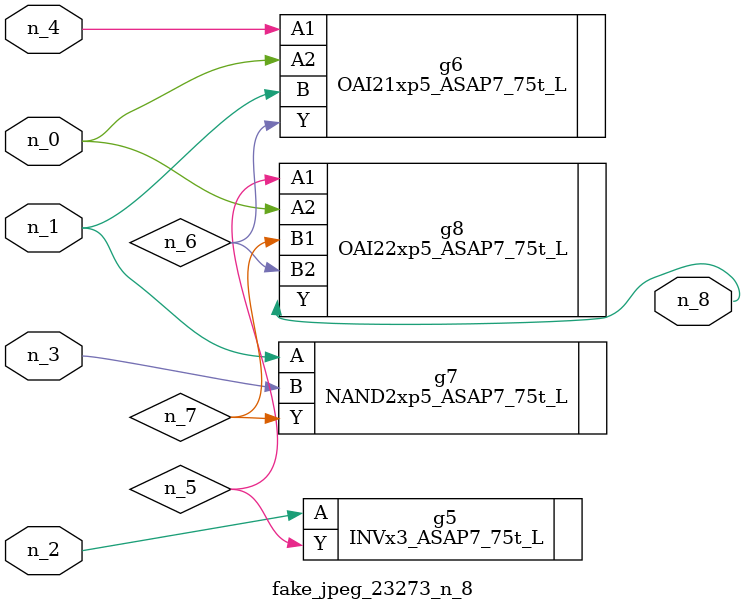
<source format=v>
module fake_jpeg_23273_n_8 (n_3, n_2, n_1, n_0, n_4, n_8);

input n_3;
input n_2;
input n_1;
input n_0;
input n_4;

output n_8;

wire n_6;
wire n_5;
wire n_7;

INVx3_ASAP7_75t_L g5 ( 
.A(n_2),
.Y(n_5)
);

OAI21xp5_ASAP7_75t_L g6 ( 
.A1(n_4),
.A2(n_0),
.B(n_1),
.Y(n_6)
);

NAND2xp5_ASAP7_75t_L g7 ( 
.A(n_1),
.B(n_3),
.Y(n_7)
);

OAI22xp5_ASAP7_75t_L g8 ( 
.A1(n_5),
.A2(n_0),
.B1(n_7),
.B2(n_6),
.Y(n_8)
);


endmodule
</source>
